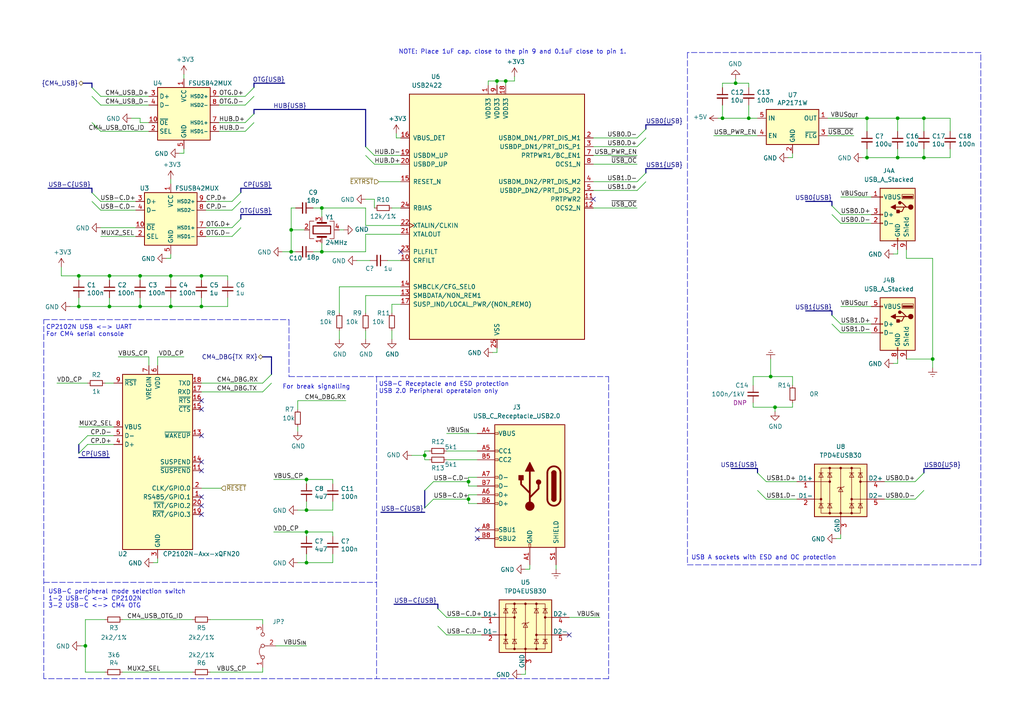
<source format=kicad_sch>
(kicad_sch (version 20210406) (generator eeschema)
  (paper "A4")
  (title_block (title "USB 2.0 host/USB 2.0 device") (date "2021-01-12") (rev "0.1") (company "Nabu Casa") (comment 1 "www.nabucasa.com") (comment 2 "Light Blue"))
  (bus_alias "CM4_USB" (members "CM4_USB_D+" "CM4_USB_D-" "CM4_USB_OTG_ID"))
  (bus_alias "USB" (members "D+" "D-"))
  (bus_alias "I2C" (members "SDA" "SCL"))
  (junction (at 22.86 80.01) (diameter 0.9144))
  (junction (at 22.86 88.9) (diameter 0.9144))
  (junction (at 24.765 187.325) (diameter 0.9144))
  (junction (at 31.75 80.01) (diameter 0.9144))
  (junction (at 31.75 88.9) (diameter 0.9144))
  (junction (at 40.64 80.01) (diameter 0.9144))
  (junction (at 40.64 88.9) (diameter 0.9144))
  (junction (at 49.53 80.01) (diameter 0.9144))
  (junction (at 49.53 88.9) (diameter 0.9144))
  (junction (at 58.42 80.01) (diameter 0.9144))
  (junction (at 58.42 88.9) (diameter 0.9144))
  (junction (at 84.455 66.675) (diameter 0.9144))
  (junction (at 84.455 73.025) (diameter 0.9144))
  (junction (at 88.9 139.065) (diameter 0.9144))
  (junction (at 88.9 147.955) (diameter 0.9144))
  (junction (at 88.9 154.305) (diameter 0.9144))
  (junction (at 88.9 163.195) (diameter 0.9144))
  (junction (at 93.345 60.325) (diameter 0.9144))
  (junction (at 93.345 73.025) (diameter 0.9144))
  (junction (at 123.19 132.08) (diameter 0.9144))
  (junction (at 135.89 139.7) (diameter 0.9144))
  (junction (at 135.89 144.78) (diameter 0.9144))
  (junction (at 144.145 23.495) (diameter 0.9144))
  (junction (at 146.685 23.495) (diameter 0.9144))
  (junction (at 209.55 34.29) (diameter 0.9144))
  (junction (at 213.36 24.13) (diameter 0.9144))
  (junction (at 217.17 34.29) (diameter 0.9144))
  (junction (at 223.52 109.22) (diameter 0.9144))
  (junction (at 224.79 118.11) (diameter 0.9144))
  (junction (at 251.46 34.29) (diameter 0.9144))
  (junction (at 251.46 45.72) (diameter 0.9144))
  (junction (at 260.35 34.29) (diameter 0.9144))
  (junction (at 260.35 45.72) (diameter 0.9144))
  (junction (at 267.97 34.29) (diameter 0.9144))
  (junction (at 267.97 45.72) (diameter 0.9144))
  (junction (at 270.51 104.14) (diameter 0.9144))
  (no_connect (at 58.42 116.205))
  (no_connect (at 58.42 118.745))
  (no_connect (at 58.42 126.365))
  (no_connect (at 58.42 133.985))
  (no_connect (at 58.42 136.525))
  (no_connect (at 58.42 144.145))
  (no_connect (at 58.42 146.685))
  (no_connect (at 58.42 149.225))
  (no_connect (at 116.205 73.025))
  (no_connect (at 138.43 153.67))
  (no_connect (at 138.43 156.21))
  (no_connect (at 165.1 184.15))
  (no_connect (at 172.085 57.785))
  (bus_entry (at 22.86 128.905) (size 2.54 -2.54) (stroke (width 0.1524)))
  (bus_entry (at 22.86 131.445) (size 2.54 -2.54) (stroke (width 0.1524)))
  (bus_entry (at 26.67 25.4) (size 2.54 2.54) (stroke (width 0.1524)))
  (bus_entry (at 26.67 27.94) (size 2.54 2.54) (stroke (width 0.1524)))
  (bus_entry (at 26.67 35.56) (size 2.54 2.54) (stroke (width 0.1524)))
  (bus_entry (at 26.67 55.88) (size 2.54 2.54) (stroke (width 0.1524)))
  (bus_entry (at 26.67 58.42) (size 2.54 2.54) (stroke (width 0.1524)))
  (bus_entry (at 69.85 55.88) (size -2.54 2.54) (stroke (width 0.1524)))
  (bus_entry (at 69.85 58.42) (size -2.54 2.54) (stroke (width 0.1524)))
  (bus_entry (at 69.85 63.5) (size -2.54 2.54) (stroke (width 0.1524)))
  (bus_entry (at 69.85 66.04) (size -2.54 2.54) (stroke (width 0.1524)))
  (bus_entry (at 73.66 25.4) (size -2.54 2.54) (stroke (width 0.1524)))
  (bus_entry (at 73.66 27.94) (size -2.54 2.54) (stroke (width 0.1524)))
  (bus_entry (at 73.66 33.02) (size -2.54 2.54) (stroke (width 0.1524)))
  (bus_entry (at 73.66 35.56) (size -2.54 2.54) (stroke (width 0.1524)))
  (bus_entry (at 76.2 111.125) (size 2.54 -2.54) (stroke (width 0.1524)))
  (bus_entry (at 76.2 113.665) (size 2.54 -2.54) (stroke (width 0.1524)))
  (bus_entry (at 106.045 42.545) (size 2.54 2.54) (stroke (width 0.1524)))
  (bus_entry (at 106.045 45.085) (size 2.54 2.54) (stroke (width 0.1524)))
  (bus_entry (at 123.19 142.24) (size 2.54 -2.54) (stroke (width 0.1524)))
  (bus_entry (at 123.19 147.32) (size 2.54 -2.54) (stroke (width 0.1524)))
  (bus_entry (at 127 176.53) (size 2.54 2.54) (stroke (width 0.1524)))
  (bus_entry (at 127 181.61) (size 2.54 2.54) (stroke (width 0.1524)))
  (bus_entry (at 184.785 40.005) (size 2.54 -2.54) (stroke (width 0.1524)))
  (bus_entry (at 184.785 42.545) (size 2.54 -2.54) (stroke (width 0.1524)))
  (bus_entry (at 184.785 52.705) (size 2.54 -2.54) (stroke (width 0.1524)))
  (bus_entry (at 184.785 55.245) (size 2.54 -2.54) (stroke (width 0.1524)))
  (bus_entry (at 222.25 139.7) (size -2.54 -2.54) (stroke (width 0.1524)))
  (bus_entry (at 222.25 144.78) (size -2.54 -2.54) (stroke (width 0.1524)))
  (bus_entry (at 243.84 62.23) (size -2.54 -2.54) (stroke (width 0.1524)))
  (bus_entry (at 243.84 64.77) (size -2.54 -2.54) (stroke (width 0.1524)))
  (bus_entry (at 243.84 93.98) (size -2.54 -2.54) (stroke (width 0.1524)))
  (bus_entry (at 243.84 96.52) (size -2.54 -2.54) (stroke (width 0.1524)))
  (bus_entry (at 265.43 139.7) (size 2.54 -2.54) (stroke (width 0.1524)))
  (bus_entry (at 265.43 144.78) (size 2.54 -2.54) (stroke (width 0.1524)))
  (wire (pts (xy 16.51 111.125) (xy 25.4 111.125)))
  (wire (pts (xy 17.78 80.01) (xy 17.78 77.47)))
  (wire (pts (xy 17.78 80.01) (xy 22.86 80.01)))
  (wire (pts (xy 20.32 88.9) (xy 22.86 88.9)))
  (wire (pts (xy 22.86 80.01) (xy 22.86 81.28)))
  (wire (pts (xy 22.86 80.01) (xy 31.75 80.01)))
  (wire (pts (xy 22.86 86.36) (xy 22.86 88.9)))
  (wire (pts (xy 22.86 88.9) (xy 31.75 88.9)))
  (wire (pts (xy 22.86 123.825) (xy 33.02 123.825)))
  (wire (pts (xy 23.495 187.325) (xy 24.765 187.325)))
  (wire (pts (xy 24.765 179.705) (xy 30.48 179.705)))
  (wire (pts (xy 24.765 187.325) (xy 24.765 179.705)))
  (wire (pts (xy 24.765 194.945) (xy 24.765 187.325)))
  (wire (pts (xy 29.21 27.94) (xy 43.18 27.94)))
  (wire (pts (xy 29.21 30.48) (xy 43.18 30.48)))
  (wire (pts (xy 29.21 38.1) (xy 43.18 38.1)))
  (wire (pts (xy 29.21 66.04) (xy 39.37 66.04)))
  (wire (pts (xy 29.21 68.58) (xy 39.37 68.58)))
  (wire (pts (xy 30.48 111.125) (xy 33.02 111.125)))
  (wire (pts (xy 30.48 194.945) (xy 24.765 194.945)))
  (wire (pts (xy 31.75 80.01) (xy 31.75 81.28)))
  (wire (pts (xy 31.75 86.36) (xy 31.75 88.9)))
  (wire (pts (xy 31.75 88.9) (xy 40.64 88.9)))
  (wire (pts (xy 33.02 126.365) (xy 25.4 126.365)))
  (wire (pts (xy 33.02 128.905) (xy 25.4 128.905)))
  (wire (pts (xy 34.29 103.505) (xy 43.18 103.505)))
  (wire (pts (xy 35.56 179.705) (xy 55.88 179.705)))
  (wire (pts (xy 35.56 194.945) (xy 55.88 194.945)))
  (wire (pts (xy 39.37 58.42) (xy 29.21 58.42)))
  (wire (pts (xy 39.37 60.96) (xy 29.21 60.96)))
  (wire (pts (xy 40.64 34.29) (xy 38.1 34.29)))
  (wire (pts (xy 40.64 35.56) (xy 40.64 34.29)))
  (wire (pts (xy 40.64 80.01) (xy 31.75 80.01)))
  (wire (pts (xy 40.64 80.01) (xy 40.64 81.28)))
  (wire (pts (xy 40.64 86.36) (xy 40.64 88.9)))
  (wire (pts (xy 40.64 88.9) (xy 49.53 88.9)))
  (wire (pts (xy 43.18 35.56) (xy 40.64 35.56)))
  (wire (pts (xy 43.18 103.505) (xy 43.18 106.045)))
  (wire (pts (xy 44.45 163.195) (xy 45.72 163.195)))
  (wire (pts (xy 45.72 103.505) (xy 53.34 103.505)))
  (wire (pts (xy 45.72 106.045) (xy 45.72 103.505)))
  (wire (pts (xy 45.72 163.195) (xy 45.72 161.925)))
  (wire (pts (xy 48.26 74.93) (xy 49.53 74.93)))
  (wire (pts (xy 49.53 52.07) (xy 49.53 53.34)))
  (wire (pts (xy 49.53 74.93) (xy 49.53 73.66)))
  (wire (pts (xy 49.53 80.01) (xy 40.64 80.01)))
  (wire (pts (xy 49.53 80.01) (xy 49.53 81.28)))
  (wire (pts (xy 49.53 80.01) (xy 58.42 80.01)))
  (wire (pts (xy 49.53 86.36) (xy 49.53 88.9)))
  (wire (pts (xy 49.53 88.9) (xy 58.42 88.9)))
  (wire (pts (xy 52.07 44.45) (xy 53.34 44.45)))
  (wire (pts (xy 53.34 21.59) (xy 53.34 22.86)))
  (wire (pts (xy 53.34 44.45) (xy 53.34 43.18)))
  (wire (pts (xy 58.42 80.01) (xy 58.42 81.28)))
  (wire (pts (xy 58.42 86.36) (xy 58.42 88.9)))
  (wire (pts (xy 58.42 88.9) (xy 66.04 88.9)))
  (wire (pts (xy 58.42 111.125) (xy 76.2 111.125)))
  (wire (pts (xy 58.42 113.665) (xy 76.2 113.665)))
  (wire (pts (xy 58.42 141.605) (xy 64.135 141.605)))
  (wire (pts (xy 59.69 58.42) (xy 67.31 58.42)))
  (wire (pts (xy 59.69 60.96) (xy 67.31 60.96)))
  (wire (pts (xy 59.69 66.04) (xy 67.31 66.04)))
  (wire (pts (xy 59.69 68.58) (xy 67.31 68.58)))
  (wire (pts (xy 60.96 194.945) (xy 76.2 194.945)))
  (wire (pts (xy 63.5 27.94) (xy 71.12 27.94)))
  (wire (pts (xy 63.5 30.48) (xy 71.12 30.48)))
  (wire (pts (xy 63.5 35.56) (xy 71.12 35.56)))
  (wire (pts (xy 63.5 38.1) (xy 71.12 38.1)))
  (wire (pts (xy 66.04 80.01) (xy 58.42 80.01)))
  (wire (pts (xy 66.04 80.01) (xy 66.04 81.28)))
  (wire (pts (xy 66.04 86.36) (xy 66.04 88.9)))
  (wire (pts (xy 76.2 179.705) (xy 60.96 179.705)))
  (wire (pts (xy 76.2 180.975) (xy 76.2 179.705)))
  (wire (pts (xy 76.2 194.945) (xy 76.2 193.675)))
  (wire (pts (xy 79.375 139.065) (xy 88.9 139.065)))
  (wire (pts (xy 79.375 154.305) (xy 88.9 154.305)))
  (wire (pts (xy 81.915 73.025) (xy 84.455 73.025)))
  (wire (pts (xy 84.455 60.325) (xy 84.455 66.675)))
  (wire (pts (xy 84.455 66.675) (xy 84.455 73.025)))
  (wire (pts (xy 84.455 66.675) (xy 88.265 66.675)))
  (wire (pts (xy 84.455 73.025) (xy 85.725 73.025)))
  (wire (pts (xy 85.725 60.325) (xy 84.455 60.325)))
  (wire (pts (xy 86.36 116.205) (xy 86.36 118.745)))
  (wire (pts (xy 86.36 116.205) (xy 100.33 116.205)))
  (wire (pts (xy 86.36 123.825) (xy 86.36 125.095)))
  (wire (pts (xy 86.36 147.955) (xy 88.9 147.955)))
  (wire (pts (xy 86.36 163.195) (xy 88.9 163.195)))
  (wire (pts (xy 88.9 139.065) (xy 88.9 140.335)))
  (wire (pts (xy 88.9 145.415) (xy 88.9 147.955)))
  (wire (pts (xy 88.9 147.955) (xy 96.52 147.955)))
  (wire (pts (xy 88.9 154.305) (xy 88.9 155.575)))
  (wire (pts (xy 88.9 160.655) (xy 88.9 163.195)))
  (wire (pts (xy 88.9 163.195) (xy 96.52 163.195)))
  (wire (pts (xy 88.9 187.325) (xy 80.01 187.325)))
  (wire (pts (xy 90.805 60.325) (xy 93.345 60.325)))
  (wire (pts (xy 90.805 73.025) (xy 93.345 73.025)))
  (wire (pts (xy 93.345 60.325) (xy 93.345 62.865)))
  (wire (pts (xy 93.345 60.325) (xy 106.045 60.325)))
  (wire (pts (xy 93.345 70.485) (xy 93.345 73.025)))
  (wire (pts (xy 93.345 73.025) (xy 106.045 73.025)))
  (wire (pts (xy 96.52 139.065) (xy 88.9 139.065)))
  (wire (pts (xy 96.52 140.335) (xy 96.52 139.065)))
  (wire (pts (xy 96.52 145.415) (xy 96.52 147.955)))
  (wire (pts (xy 96.52 154.305) (xy 88.9 154.305)))
  (wire (pts (xy 96.52 155.575) (xy 96.52 154.305)))
  (wire (pts (xy 96.52 160.655) (xy 96.52 163.195)))
  (wire (pts (xy 98.425 66.675) (xy 99.695 66.675)))
  (wire (pts (xy 98.425 83.185) (xy 98.425 90.805)))
  (wire (pts (xy 98.425 95.885) (xy 98.425 98.425)))
  (wire (pts (xy 103.505 75.565) (xy 107.315 75.565)))
  (wire (pts (xy 106.045 65.405) (xy 106.045 60.325)))
  (wire (pts (xy 106.045 67.945) (xy 106.045 73.025)))
  (wire (pts (xy 106.045 85.725) (xy 106.045 90.805)))
  (wire (pts (xy 106.045 85.725) (xy 116.205 85.725)))
  (wire (pts (xy 106.045 95.885) (xy 106.045 98.425)))
  (wire (pts (xy 108.585 45.085) (xy 116.205 45.085)))
  (wire (pts (xy 108.585 47.625) (xy 116.205 47.625)))
  (wire (pts (xy 108.585 57.785) (xy 106.045 57.785)))
  (wire (pts (xy 108.585 60.325) (xy 108.585 57.785)))
  (wire (pts (xy 109.855 52.705) (xy 116.205 52.705)))
  (wire (pts (xy 112.395 75.565) (xy 116.205 75.565)))
  (wire (pts (xy 113.665 60.325) (xy 116.205 60.325)))
  (wire (pts (xy 113.665 88.265) (xy 113.665 90.805)))
  (wire (pts (xy 113.665 95.885) (xy 113.665 98.425)))
  (wire (pts (xy 114.935 38.735) (xy 114.935 40.005)))
  (wire (pts (xy 116.205 40.005) (xy 114.935 40.005)))
  (wire (pts (xy 116.205 65.405) (xy 106.045 65.405)))
  (wire (pts (xy 116.205 67.945) (xy 106.045 67.945)))
  (wire (pts (xy 116.205 83.185) (xy 98.425 83.185)))
  (wire (pts (xy 116.205 88.265) (xy 113.665 88.265)))
  (wire (pts (xy 119.38 132.08) (xy 123.19 132.08)))
  (wire (pts (xy 123.19 130.81) (xy 123.19 132.08)))
  (wire (pts (xy 123.19 132.08) (xy 123.19 133.35)))
  (wire (pts (xy 123.19 133.35) (xy 124.46 133.35)))
  (wire (pts (xy 124.46 130.81) (xy 123.19 130.81)))
  (wire (pts (xy 125.73 139.7) (xy 135.89 139.7)))
  (wire (pts (xy 125.73 144.78) (xy 135.89 144.78)))
  (wire (pts (xy 129.54 125.73) (xy 138.43 125.73)))
  (wire (pts (xy 129.54 130.81) (xy 138.43 130.81)))
  (wire (pts (xy 129.54 133.35) (xy 138.43 133.35)))
  (wire (pts (xy 129.54 179.07) (xy 139.7 179.07)))
  (wire (pts (xy 129.54 184.15) (xy 139.7 184.15)))
  (wire (pts (xy 135.89 139.7) (xy 135.89 138.43)))
  (wire (pts (xy 135.89 140.97) (xy 135.89 139.7)))
  (wire (pts (xy 135.89 140.97) (xy 138.43 140.97)))
  (wire (pts (xy 135.89 144.78) (xy 135.89 143.51)))
  (wire (pts (xy 135.89 146.05) (xy 135.89 144.78)))
  (wire (pts (xy 135.89 146.05) (xy 138.43 146.05)))
  (wire (pts (xy 138.43 138.43) (xy 135.89 138.43)))
  (wire (pts (xy 138.43 143.51) (xy 135.89 143.51)))
  (wire (pts (xy 141.605 23.495) (xy 144.145 23.495)))
  (wire (pts (xy 141.605 24.765) (xy 141.605 23.495)))
  (wire (pts (xy 142.875 102.235) (xy 144.145 102.235)))
  (wire (pts (xy 144.145 23.495) (xy 144.145 24.765)))
  (wire (pts (xy 144.145 23.495) (xy 146.685 23.495)))
  (wire (pts (xy 144.145 102.235) (xy 144.145 100.965)))
  (wire (pts (xy 146.685 23.495) (xy 146.685 24.765)))
  (wire (pts (xy 146.685 23.495) (xy 149.225 23.495)))
  (wire (pts (xy 149.225 22.225) (xy 149.225 23.495)))
  (wire (pts (xy 151.13 195.58) (xy 152.4 195.58)))
  (wire (pts (xy 152.4 165.1) (xy 153.67 165.1)))
  (wire (pts (xy 152.4 195.58) (xy 152.4 194.31)))
  (wire (pts (xy 153.67 165.1) (xy 153.67 163.83)))
  (wire (pts (xy 161.29 163.83) (xy 161.29 165.1)))
  (wire (pts (xy 172.085 40.005) (xy 184.785 40.005)))
  (wire (pts (xy 172.085 42.545) (xy 184.785 42.545)))
  (wire (pts (xy 172.085 45.085) (xy 184.785 45.085)))
  (wire (pts (xy 172.085 47.625) (xy 184.785 47.625)))
  (wire (pts (xy 172.085 52.705) (xy 184.785 52.705)))
  (wire (pts (xy 172.085 55.245) (xy 184.785 55.245)))
  (wire (pts (xy 172.085 60.325) (xy 184.785 60.325)))
  (wire (pts (xy 173.99 179.07) (xy 165.1 179.07)))
  (wire (pts (xy 208.28 34.29) (xy 209.55 34.29)))
  (wire (pts (xy 209.55 24.13) (xy 209.55 25.4)))
  (wire (pts (xy 209.55 30.48) (xy 209.55 34.29)))
  (wire (pts (xy 209.55 34.29) (xy 217.17 34.29)))
  (wire (pts (xy 213.36 22.86) (xy 213.36 24.13)))
  (wire (pts (xy 213.36 24.13) (xy 209.55 24.13)))
  (wire (pts (xy 217.17 24.13) (xy 213.36 24.13)))
  (wire (pts (xy 217.17 25.4) (xy 217.17 24.13)))
  (wire (pts (xy 217.17 30.48) (xy 217.17 34.29)))
  (wire (pts (xy 217.17 34.29) (xy 219.71 34.29)))
  (wire (pts (xy 218.44 109.22) (xy 218.44 111.76)))
  (wire (pts (xy 218.44 116.84) (xy 218.44 118.11)))
  (wire (pts (xy 218.44 118.11) (xy 224.79 118.11)))
  (wire (pts (xy 219.71 39.37) (xy 207.01 39.37)))
  (wire (pts (xy 222.25 139.7) (xy 231.14 139.7)))
  (wire (pts (xy 222.25 144.78) (xy 231.14 144.78)))
  (wire (pts (xy 223.52 104.14) (xy 223.52 109.22)))
  (wire (pts (xy 223.52 109.22) (xy 218.44 109.22)))
  (wire (pts (xy 224.79 118.11) (xy 224.79 119.38)))
  (wire (pts (xy 224.79 118.11) (xy 229.87 118.11)))
  (wire (pts (xy 228.6 45.72) (xy 229.87 45.72)))
  (wire (pts (xy 229.87 45.72) (xy 229.87 44.45)))
  (wire (pts (xy 229.87 109.22) (xy 223.52 109.22)))
  (wire (pts (xy 229.87 111.76) (xy 229.87 109.22)))
  (wire (pts (xy 229.87 118.11) (xy 229.87 116.84)))
  (wire (pts (xy 240.03 34.29) (xy 251.46 34.29)))
  (wire (pts (xy 240.03 39.37) (xy 247.65 39.37)))
  (wire (pts (xy 242.57 156.21) (xy 243.84 156.21)))
  (wire (pts (xy 243.84 57.15) (xy 252.73 57.15)))
  (wire (pts (xy 243.84 62.23) (xy 252.73 62.23)))
  (wire (pts (xy 243.84 64.77) (xy 252.73 64.77)))
  (wire (pts (xy 243.84 88.9) (xy 252.73 88.9)))
  (wire (pts (xy 243.84 93.98) (xy 252.73 93.98)))
  (wire (pts (xy 243.84 96.52) (xy 252.73 96.52)))
  (wire (pts (xy 243.84 156.21) (xy 243.84 154.94)))
  (wire (pts (xy 250.19 45.72) (xy 251.46 45.72)))
  (wire (pts (xy 251.46 34.29) (xy 251.46 38.1)))
  (wire (pts (xy 251.46 34.29) (xy 260.35 34.29)))
  (wire (pts (xy 251.46 43.18) (xy 251.46 45.72)))
  (wire (pts (xy 251.46 45.72) (xy 260.35 45.72)))
  (wire (pts (xy 259.08 73.66) (xy 260.35 73.66)))
  (wire (pts (xy 259.08 105.41) (xy 260.35 105.41)))
  (wire (pts (xy 260.35 34.29) (xy 260.35 38.1)))
  (wire (pts (xy 260.35 34.29) (xy 267.97 34.29)))
  (wire (pts (xy 260.35 43.18) (xy 260.35 45.72)))
  (wire (pts (xy 260.35 45.72) (xy 267.97 45.72)))
  (wire (pts (xy 260.35 73.66) (xy 260.35 72.39)))
  (wire (pts (xy 260.35 105.41) (xy 260.35 104.14)))
  (wire (pts (xy 262.89 72.39) (xy 262.89 74.93)))
  (wire (pts (xy 262.89 74.93) (xy 270.51 74.93)))
  (wire (pts (xy 262.89 104.14) (xy 270.51 104.14)))
  (wire (pts (xy 265.43 139.7) (xy 256.54 139.7)))
  (wire (pts (xy 265.43 144.78) (xy 256.54 144.78)))
  (wire (pts (xy 267.97 34.29) (xy 267.97 38.1)))
  (wire (pts (xy 267.97 43.18) (xy 267.97 45.72)))
  (wire (pts (xy 267.97 45.72) (xy 275.59 45.72)))
  (wire (pts (xy 270.51 74.93) (xy 270.51 104.14)))
  (wire (pts (xy 270.51 104.14) (xy 270.51 106.68)))
  (wire (pts (xy 275.59 34.29) (xy 267.97 34.29)))
  (wire (pts (xy 275.59 38.1) (xy 275.59 34.29)))
  (wire (pts (xy 275.59 45.72) (xy 275.59 43.18)))
  (bus (pts (xy 22.86 128.905) (xy 22.86 132.715)))
  (bus (pts (xy 22.86 132.715) (xy 31.75 132.715)))
  (bus (pts (xy 24.13 24.13) (xy 26.67 24.13)))
  (bus (pts (xy 26.67 24.13) (xy 26.67 35.56)))
  (bus (pts (xy 26.67 54.61) (xy 13.97 54.61)))
  (bus (pts (xy 26.67 54.61) (xy 26.67 58.42)))
  (bus (pts (xy 69.85 54.61) (xy 69.85 58.42)))
  (bus (pts (xy 69.85 54.61) (xy 78.74 54.61)))
  (bus (pts (xy 69.85 62.23) (xy 69.85 66.04)))
  (bus (pts (xy 69.85 62.23) (xy 78.74 62.23)))
  (bus (pts (xy 73.66 24.13) (xy 73.66 27.94)))
  (bus (pts (xy 73.66 24.13) (xy 82.55 24.13)))
  (bus (pts (xy 73.66 31.75) (xy 73.66 35.56)))
  (bus (pts (xy 73.66 31.75) (xy 106.045 31.75)))
  (bus (pts (xy 78.74 103.505) (xy 76.2 103.505)))
  (bus (pts (xy 78.74 103.505) (xy 78.74 111.125)))
  (bus (pts (xy 106.045 31.75) (xy 106.045 45.085)))
  (bus (pts (xy 123.19 142.24) (xy 123.19 148.59)))
  (bus (pts (xy 123.19 148.59) (xy 110.49 148.59)))
  (bus (pts (xy 127 175.26) (xy 114.3 175.26)))
  (bus (pts (xy 127 175.26) (xy 127 181.61)))
  (bus (pts (xy 187.325 36.195) (xy 187.325 40.005)))
  (bus (pts (xy 187.325 36.195) (xy 194.945 36.195)))
  (bus (pts (xy 187.325 48.895) (xy 187.325 52.705)))
  (bus (pts (xy 187.325 48.895) (xy 194.945 48.895)))
  (bus (pts (xy 219.71 135.89) (xy 212.09 135.89)))
  (bus (pts (xy 219.71 135.89) (xy 219.71 142.24)))
  (bus (pts (xy 241.3 58.42) (xy 233.68 58.42)))
  (bus (pts (xy 241.3 58.42) (xy 241.3 62.23)))
  (bus (pts (xy 241.3 90.17) (xy 233.68 90.17)))
  (bus (pts (xy 241.3 90.17) (xy 241.3 93.98)))
  (bus (pts (xy 267.97 135.89) (xy 267.97 142.24)))
  (bus (pts (xy 267.97 135.89) (xy 275.59 135.89)))
  (polyline (pts (xy 12.7 92.71) (xy 83.82 92.71)) (stroke (width 0) (type dash)))
  (polyline (pts (xy 12.7 168.91) (xy 109.22 168.91)) (stroke (width 0) (type dash)))
  (polyline (pts (xy 12.7 196.85) (xy 12.7 92.71)) (stroke (width 0) (type dash)))
  (polyline (pts (xy 83.82 92.71) (xy 83.82 109.22)) (stroke (width 0) (type dash)))
  (polyline (pts (xy 83.82 109.22) (xy 109.22 109.22)) (stroke (width 0) (type dash)))
  (polyline (pts (xy 88.9 196.85) (xy 12.7 196.85)) (stroke (width 0) (type dash)))
  (polyline (pts (xy 109.22 109.22) (xy 109.22 196.85)) (stroke (width 0) (type dash)))
  (polyline (pts (xy 109.22 109.22) (xy 176.53 109.22)) (stroke (width 0) (type dash)))
  (polyline (pts (xy 176.53 109.22) (xy 176.53 196.85)) (stroke (width 0) (type dash)))
  (polyline (pts (xy 176.53 196.85) (xy 88.9 196.85)) (stroke (width 0) (type dash)))
  (polyline (pts (xy 199.39 15.24) (xy 199.39 163.83)) (stroke (width 0) (type dash)))
  (polyline (pts (xy 199.39 163.83) (xy 284.48 163.83)) (stroke (width 0) (type dash)))
  (polyline (pts (xy 284.48 15.24) (xy 199.39 15.24)) (stroke (width 0) (type dash)))
  (polyline (pts (xy 284.48 163.83) (xy 284.48 15.24)) (stroke (width 0) (type dash)))
  (text "CP2102N USB <-> UART\nFor CM4 serial console" (at 13.335 97.79 0) (effects (font (size 1.27 1.27)) (justify left bottom)))
  (text "USB-C peripheral mode selection switch\n1-2 USB-C <-> CP2102N\n3-2 USB-C <-> CM4 OTG" (at 13.97 176.53 0) (effects (font (size 1.27 1.27)) (justify left bottom)))
  (text "For break signalling" (at 81.915 113.03 0) (effects (font (size 1.27 1.27)) (justify left bottom)))
  (text "USB-C Receptacle and ESD protection\nUSB 2.0 Peripheral operataion only" (at 109.855 114.3 0) (effects (font (size 1.27 1.27)) (justify left bottom)))
  (text "NOTE: Place 1uF cap. close to the pin 9 and 0.1uF close to pin 1." (at 115.57 15.875 0) (effects (font (size 1.27 1.27)) (justify left bottom)))
  (text "USB A sockets with ESD and OC protection" (at 242.57 162.56 180) (effects (font (size 1.27 1.27)) (justify right bottom)))
  (label "USB-C{USB}" (at 13.97 54.61 0))
  (label "VDD_CP" (at 16.51 111.125 0))
  (label "MUX2_SEL" (at 22.86 123.825 0))
  (label "MUX2_SEL" (at 29.21 68.58 0))
  (label "CM4_USB_D+" (at 30.48 27.94 0))
  (label "CM4_USB_D-" (at 30.48 30.48 0))
  (label "CP{USB}" (at 31.75 132.715 180))
  (label "CP.D-" (at 32.385 126.365 180))
  (label "CP.D+" (at 32.385 128.905 180))
  (label "VBUS_CP" (at 34.29 103.505 0))
  (label "CM4_USB_OTG_ID" (at 36.83 179.705 0))
  (label "MUX2_SEL" (at 36.83 194.945 0))
  (label "USB-C.D+" (at 39.37 58.42 180))
  (label "USB-C.D-" (at 39.37 60.96 180))
  (label "CM4_USB_OTG_ID" (at 41.91 38.1 180))
  (label "VDD_CP" (at 53.34 103.505 180))
  (label "CP.D+" (at 59.69 58.42 0))
  (label "CP.D-" (at 59.69 60.96 0))
  (label "OTG.D+" (at 59.69 66.04 0))
  (label "OTG.D-" (at 59.69 68.58 0))
  (label "CM4_DBG.RX" (at 62.865 111.125 0))
  (label "CM4_DBG.TX" (at 62.865 113.665 0))
  (label "VBUS_CP" (at 62.865 194.945 0))
  (label "OTG.D+" (at 63.5 27.94 0))
  (label "OTG.D-" (at 63.5 30.48 0))
  (label "HUB.D+" (at 63.5 35.56 0))
  (label "HUB.D-" (at 63.5 38.1 0))
  (label "CP{USB}" (at 78.74 54.61 180))
  (label "OTG{USB}" (at 78.74 62.23 180))
  (label "VBUS_CP" (at 79.375 139.065 0))
  (label "VDD_CP" (at 79.375 154.305 0))
  (label "OTG{USB}" (at 82.55 24.13 180))
  (label "HUB{USB}" (at 88.9 31.75 180))
  (label "VBUS_{IN}" (at 88.9 187.325 180))
  (label "CM4_DBG.RX" (at 100.33 116.205 180))
  (label "HUB.D-" (at 108.585 45.085 0))
  (label "HUB.D+" (at 108.585 47.625 0))
  (label "USB-C{USB}" (at 110.49 148.59 0))
  (label "USB-C{USB}" (at 114.3 175.26 0))
  (label "USB-C.D-" (at 125.73 139.7 0))
  (label "USB-C.D+" (at 125.73 144.78 0))
  (label "VBUS_{IN}" (at 129.54 125.73 0))
  (label "USB-C.D+" (at 129.54 179.07 0))
  (label "USB-C.D-" (at 129.54 184.15 0))
  (label "VBUS_{IN}" (at 173.99 179.07 180))
  (label "USB0.D-" (at 184.785 40.005 180))
  (label "USB0.D+" (at 184.785 42.545 180))
  (label "USB_PWR_EN" (at 184.785 45.085 180))
  (label "~USB_OC" (at 184.785 47.625 180))
  (label "USB1.D-" (at 184.785 52.705 180))
  (label "USB1.D+" (at 184.785 55.245 180))
  (label "~USB_OC" (at 184.785 60.325 180))
  (label "USB0{USB}" (at 187.325 36.195 0))
  (label "USB1{USB}" (at 187.325 48.895 0))
  (label "USB_PWR_EN" (at 207.01 39.37 0))
  (label "USB1{USB}" (at 219.71 135.89 180))
  (label "USB1.D+" (at 222.25 139.7 0))
  (label "USB1.D-" (at 222.25 144.78 0))
  (label "USB0{USB}" (at 241.3 58.42 180))
  (label "USB1{USB}" (at 241.3 90.17 180))
  (label "VBUS_{OUT}" (at 243.84 57.15 0))
  (label "USB0.D+" (at 243.84 62.23 0))
  (label "USB0.D-" (at 243.84 64.77 0))
  (label "VBUS_{OUT}" (at 243.84 88.9 0))
  (label "USB1.D+" (at 243.84 93.98 0))
  (label "USB1.D-" (at 243.84 96.52 0))
  (label "~USB_OC" (at 247.65 39.37 180))
  (label "VBUS_{OUT}" (at 248.92 34.29 180))
  (label "USB0.D+" (at 265.43 139.7 180))
  (label "USB0.D-" (at 265.43 144.78 180))
  (label "USB0{USB}" (at 267.97 135.89 0))
  (hierarchical_label "{CM4_USB}" (shape bidirectional) (at 24.13 24.13 180))
  (hierarchical_label "~RESET" (shape input) (at 64.135 141.605 0))
  (hierarchical_label "CM4_DBG{TX RX}" (shape bidirectional) (at 76.2 103.505 180))
  (hierarchical_label "~EXTRST" (shape input) (at 109.855 52.705 180))
  (symbol (lib_id "power:+3V3") (at 17.78 77.47 0) (unit 1)
    (property "Reference" "#PWR0131" (effects hide))
    (property "Value" "+3V3" (at 18.1483 73.1456 0))
  )
  (symbol (lib_id "power:+3V3") (at 49.53 52.07 0) (unit 1)
    (property "Reference" "#PWR0140" (effects hide))
    (property "Value" "+3V3" (at 49.8983 47.7456 0))
  )
  (symbol (lib_id "power:+3V3") (at 53.34 21.59 0) (unit 1)
    (property "Reference" "#PWR0141" (effects hide))
    (property "Value" "+3V3" (at 53.7083 17.2656 0))
  )
  (symbol (lib_id "power:+3V3") (at 114.935 38.735 0) (unit 1)
    (property "Reference" "#PWR0147" (effects hide))
    (property "Value" "+3V3" (at 115.3033 34.4106 0))
  )
  (symbol (lib_id "power:+3V3") (at 149.225 22.225 0) (unit 1)
    (property "Reference" "#PWR0146" (effects hide))
    (property "Value" "+3V3" (at 149.5933 17.9006 0))
  )
  (symbol (lib_id "power:+5V") (at 208.28 34.29 90) (unit 1)
    (property "Reference" "#PWR0116" (effects hide))
    (property "Value" "+5V" (at 205.105 33.9217 90) (effects (justify left)))
  )
  (symbol (lib_id "power:GND") (at 20.32 88.9 270) (unit 1)
    (property "Reference" "#PWR0126" (effects hide))
    (property "Value" "GND" (at 17.145 89.0143 90) (effects (justify right)))
  )
  (symbol (lib_id "power:GND") (at 23.495 187.325 270) (unit 1)
    (property "Reference" "#PWR0137" (effects hide))
    (property "Value" "GND" (at 20.32 187.4393 90) (effects (justify right)))
  )
  (symbol (lib_id "power:GND") (at 29.21 66.04 270) (unit 1)
    (property "Reference" "#PWR0132" (effects hide))
    (property "Value" "GND" (at 26.035 66.1543 90) (effects (justify right)))
  )
  (symbol (lib_id "power:GND") (at 38.1 34.29 270) (unit 1)
    (property "Reference" "#PWR0143" (effects hide))
    (property "Value" "GND" (at 34.925 34.4043 90) (effects (justify right)))
  )
  (symbol (lib_id "power:GND") (at 44.45 163.195 270) (unit 1)
    (property "Reference" "#PWR0135" (effects hide))
    (property "Value" "GND" (at 41.275 163.3093 90) (effects (justify right)))
  )
  (symbol (lib_id "power:GND") (at 48.26 74.93 270) (unit 1)
    (property "Reference" "#PWR0133" (effects hide))
    (property "Value" "GND" (at 45.085 75.0443 90) (effects (justify right)))
  )
  (symbol (lib_id "power:GND") (at 52.07 44.45 270) (unit 1)
    (property "Reference" "#PWR0142" (effects hide))
    (property "Value" "GND" (at 48.895 44.5643 90) (effects (justify right)))
  )
  (symbol (lib_id "power:GND") (at 81.915 73.025 270) (unit 1)
    (property "Reference" "#PWR0128" (effects hide))
    (property "Value" "GND" (at 78.74 73.1393 90) (effects (justify right)))
  )
  (symbol (lib_id "power:GND") (at 86.36 125.095 0) (unit 1)
    (property "Reference" "#PWR0136" (effects hide))
    (property "Value" "GND" (at 86.4743 129.4194 0))
  )
  (symbol (lib_id "power:GND") (at 86.36 147.955 270) (unit 1)
    (property "Reference" "#PWR?" (effects hide))
    (property "Value" "GND" (at 83.185 148.0693 90) (effects (justify right)))
  )
  (symbol (lib_id "power:GND") (at 86.36 163.195 270) (unit 1)
    (property "Reference" "#PWR?" (effects hide))
    (property "Value" "GND" (at 83.185 163.3093 90) (effects (justify right)))
  )
  (symbol (lib_id "power:GND") (at 98.425 98.425 0) (unit 1)
    (property "Reference" "#PWR0138" (effects hide))
    (property "Value" "GND" (at 98.5393 102.7494 0))
  )
  (symbol (lib_id "power:GND") (at 99.695 66.675 90) (unit 1)
    (property "Reference" "#PWR0129" (effects hide))
    (property "Value" "GND" (at 102.8701 66.5607 90) (effects (justify right)))
  )
  (symbol (lib_id "power:GND") (at 103.505 75.565 270) (unit 1)
    (property "Reference" "#PWR?" (effects hide))
    (property "Value" "GND" (at 100.33 75.6793 90) (effects (justify right)))
  )
  (symbol (lib_id "power:GND") (at 106.045 57.785 270) (unit 1)
    (property "Reference" "#PWR0130" (effects hide))
    (property "Value" "GND" (at 102.87 57.8993 90) (effects (justify right)))
  )
  (symbol (lib_id "power:GND") (at 106.045 98.425 0) (unit 1)
    (property "Reference" "#PWR0139" (effects hide))
    (property "Value" "GND" (at 106.1593 102.7494 0))
  )
  (symbol (lib_id "power:GND") (at 113.665 98.425 0) (unit 1)
    (property "Reference" "#PWR0144" (effects hide))
    (property "Value" "GND" (at 113.7793 102.7494 0))
  )
  (symbol (lib_id "power:GND") (at 119.38 132.08 270) (mirror x) (unit 1)
    (property "Reference" "#PWR0134" (effects hide))
    (property "Value" "GND" (at 116.205 131.9657 90) (effects (justify right)))
  )
  (symbol (lib_id "power:GND") (at 142.875 102.235 270) (unit 1)
    (property "Reference" "#PWR0145" (effects hide))
    (property "Value" "GND" (at 139.7 102.3493 90) (effects (justify right)))
  )
  (symbol (lib_id "power:GND") (at 151.13 195.58 270) (unit 1)
    (property "Reference" "#PWR0148" (effects hide))
    (property "Value" "GND" (at 147.955 195.6943 90) (effects (justify right)))
  )
  (symbol (lib_id "power:GND") (at 152.4 165.1 270) (unit 1)
    (property "Reference" "#PWR0149" (effects hide))
    (property "Value" "GND" (at 149.225 165.2143 90) (effects (justify right)))
  )
  (symbol (lib_id "power:Earth") (at 161.29 165.1 0) (unit 1)
    (property "Reference" "#PWR0150" (effects hide))
    (property "Value" "Earth" (effects hide))
  )
  (symbol (lib_id "power:GND") (at 213.36 22.86 180) (unit 1)
    (property "Reference" "#PWR0115" (effects hide))
    (property "Value" "GND" (at 213.2457 18.5356 0))
  )
  (symbol (lib_id "power:Earth") (at 223.52 104.14 180) (unit 1)
    (property "Reference" "#PWR0122" (effects hide))
    (property "Value" "Earth" (effects hide))
  )
  (symbol (lib_id "power:GND") (at 224.79 119.38 0) (unit 1)
    (property "Reference" "#PWR0120" (effects hide))
    (property "Value" "GND" (at 224.9043 123.7044 0))
  )
  (symbol (lib_id "power:GND") (at 228.6 45.72 270) (unit 1)
    (property "Reference" "#PWR0124" (effects hide))
    (property "Value" "GND" (at 225.425 45.8343 90) (effects (justify right)))
  )
  (symbol (lib_id "power:GND") (at 242.57 156.21 270) (unit 1)
    (property "Reference" "#PWR0121" (effects hide))
    (property "Value" "GND" (at 239.395 156.3243 90) (effects (justify right)))
  )
  (symbol (lib_id "power:GND") (at 250.19 45.72 270) (unit 1)
    (property "Reference" "#PWR0123" (effects hide))
    (property "Value" "GND" (at 247.015 45.8343 90) (effects (justify right)))
  )
  (symbol (lib_id "power:GND") (at 259.08 73.66 270) (unit 1)
    (property "Reference" "#PWR0119" (effects hide))
    (property "Value" "GND" (at 255.905 73.7743 90) (effects (justify right)))
  )
  (symbol (lib_id "power:GND") (at 259.08 105.41 270) (unit 1)
    (property "Reference" "#PWR0117" (effects hide))
    (property "Value" "GND" (at 255.905 105.5243 90) (effects (justify right)))
  )
  (symbol (lib_id "power:Earth") (at 270.51 106.68 0) (unit 1)
    (property "Reference" "#PWR0118" (effects hide))
    (property "Value" "Earth" (effects hide))
  )
  (symbol (lib_id "Device:R_Small") (at 27.94 111.125 90) (unit 1)
    (property "Reference" "R2" (at 27.94 108.7182 90))
    (property "Value" "1k" (at 27.94 113.557 90))
    (property "Footprint" "Resistor_SMD:R_0402_1005Metric" (effects hide))
  )
  (symbol (lib_id "Device:R_Small") (at 33.02 179.705 270) (unit 1)
    (property "Reference" "R3" (at 33.02 182.1118 90))
    (property "Value" "2k2/1%" (at 33.02 184.893 90))
    (property "Footprint" "Resistor_SMD:R_0402_1005Metric" (effects hide))
  )
  (symbol (lib_id "Device:R_Small") (at 33.02 194.945 270) (unit 1)
    (property "Reference" "R4" (at 33.02 192.2718 90))
    (property "Value" "3k6" (at 33.02 189.973 90))
    (property "Footprint" "Resistor_SMD:R_0402_1005Metric" (effects hide))
  )
  (symbol (lib_id "Device:R_Small") (at 58.42 179.705 270) (unit 1)
    (property "Reference" "R5" (at 58.42 182.1118 90))
    (property "Value" "2k2/1%" (at 58.42 184.893 90))
    (property "Footprint" "Resistor_SMD:R_0402_1005Metric" (effects hide))
  )
  (symbol (lib_id "Device:R_Small") (at 58.42 194.945 270) (unit 1)
    (property "Reference" "R6" (at 58.42 192.2718 90))
    (property "Value" "2k2/1%" (at 58.42 189.973 90))
    (property "Footprint" "Resistor_SMD:R_0402_1005Metric" (effects hide))
  )
  (symbol (lib_id "Device:R_Small") (at 86.36 121.285 180) (unit 1)
    (property "Reference" "R7" (at 83.9532 118.745 0))
    (property "Value" "10k" (at 83.712 121.285 0))
    (property "Footprint" "Resistor_SMD:R_0402_1005Metric" (effects hide))
  )
  (symbol (lib_id "Device:R_Small") (at 98.425 93.345 180) (unit 1)
    (property "Reference" "R8" (at 96.0182 90.805 0))
    (property "Value" "10k" (at 94.507 93.345 0))
    (property "Footprint" "Resistor_SMD:R_0402_1005Metric" (effects hide))
  )
  (symbol (lib_id "Device:R_Small") (at 106.045 93.345 180) (unit 1)
    (property "Reference" "R9" (at 103.6382 90.805 0))
    (property "Value" "10k" (at 102.127 93.345 0))
    (property "Footprint" "Resistor_SMD:R_0402_1005Metric" (effects hide))
  )
  (symbol (lib_id "Device:R_Small") (at 111.125 60.325 90) (unit 1)
    (property "Reference" "R10" (at 111.125 57.9182 90))
    (property "Value" "12k/1%" (at 111.125 62.757 90))
    (property "Footprint" "Resistor_SMD:R_0402_1005Metric" (effects hide))
  )
  (symbol (lib_id "Device:R_Small") (at 113.665 93.345 180) (unit 1)
    (property "Reference" "R11" (at 111.2582 90.805 0))
    (property "Value" "10k" (at 109.747 93.345 0))
    (property "Footprint" "Resistor_SMD:R_0402_1005Metric" (effects hide))
  )
  (symbol (lib_id "Device:R_Small") (at 127 130.81 90) (mirror x) (unit 1)
    (property "Reference" "R12" (at 127 128.1368 90))
    (property "Value" "5k1" (at 130.81 129.648 90))
    (property "Footprint" "Resistor_SMD:R_0402_1005Metric" (effects hide))
  )
  (symbol (lib_id "Device:R_Small") (at 127 133.35 90) (mirror x) (unit 1)
    (property "Reference" "R13" (at 127 135.7568 90))
    (property "Value" "5k1" (at 130.81 134.728 90))
    (property "Footprint" "Resistor_SMD:R_0402_1005Metric" (effects hide))
  )
  (symbol (lib_id "Device:R_Small") (at 229.87 114.3 180) (unit 1)
    (property "Reference" "R14" (at 227.4632 111.76 0))
    (property "Value" "0R" (at 236.112 114.3 0))
    (property "Footprint" "Resistor_SMD:R_1206_3216Metric" (effects hide))
  )
  (symbol (lib_id "Device:C_Small") (at 22.86 83.82 0) (unit 1)
    (property "Reference" "C1" (at 25.1842 82.6706 0) (effects (justify left)))
    (property "Value" "100n" (at 25.184 84.969 0) (effects (justify left)))
    (property "Footprint" "Capacitor_SMD:C_0402_1005Metric" (effects hide))
  )
  (symbol (lib_id "Device:C_Small") (at 31.75 83.82 0) (unit 1)
    (property "Reference" "C2" (at 34.0742 82.6706 0) (effects (justify left)))
    (property "Value" "100n" (at 34.074 84.969 0) (effects (justify left)))
    (property "Footprint" "Capacitor_SMD:C_0402_1005Metric" (effects hide))
  )
  (symbol (lib_id "Device:C_Small") (at 40.64 83.82 0) (unit 1)
    (property "Reference" "C3" (at 42.9642 82.6706 0) (effects (justify left)))
    (property "Value" "100n" (at 42.964 84.969 0) (effects (justify left)))
    (property "Footprint" "Capacitor_SMD:C_0402_1005Metric" (effects hide))
  )
  (symbol (lib_id "Device:C_Small") (at 49.53 83.82 0) (unit 1)
    (property "Reference" "C4" (at 51.8542 82.6706 0) (effects (justify left)))
    (property "Value" "100n" (at 51.854 84.969 0) (effects (justify left)))
    (property "Footprint" "Capacitor_SMD:C_0402_1005Metric" (effects hide))
  )
  (symbol (lib_id "Device:C_Small") (at 58.42 83.82 0) (unit 1)
    (property "Reference" "C5" (at 60.7442 82.6706 0) (effects (justify left)))
    (property "Value" "1u" (at 60.744 84.969 0) (effects (justify left)))
    (property "Footprint" "Capacitor_SMD:C_0402_1005Metric" (effects hide))
  )
  (symbol (lib_id "Device:C_Small") (at 66.04 83.82 0) (unit 1)
    (property "Reference" "C6" (at 68.3642 82.6706 0) (effects (justify left)))
    (property "Value" "1u" (at 68.364 84.969 0) (effects (justify left)))
    (property "Footprint" "Capacitor_SMD:C_0402_1005Metric" (effects hide))
  )
  (symbol (lib_id "Device:C_Small") (at 88.265 60.325 270) (unit 1)
    (property "Reference" "C9" (at 90.805 55.8227 90))
    (property "Value" "18p" (at 90.805 58.121 90))
    (property "Footprint" "Capacitor_SMD:C_0402_1005Metric" (effects hide))
  )
  (symbol (lib_id "Device:C_Small") (at 88.265 73.025 270) (unit 1)
    (property "Reference" "C10" (at 85.725 74.8727 90))
    (property "Value" "18p" (at 90.805 74.631 90))
    (property "Footprint" "Capacitor_SMD:C_0402_1005Metric" (effects hide))
  )
  (symbol (lib_id "Device:C_Small") (at 88.9 142.875 0) (unit 1)
    (property "Reference" "C8" (at 91.2242 141.7256 0) (effects (justify left)))
    (property "Value" "4u7" (at 91.224 144.024 0) (effects (justify left)))
    (property "Footprint" "Capacitor_SMD:C_0402_1005Metric" (effects hide))
  )
  (symbol (lib_id "Device:C_Small") (at 88.9 158.115 0) (unit 1)
    (property "Reference" "C?" (at 91.2242 156.9656 0) (effects (justify left)))
    (property "Value" "4u7" (at 91.224 159.264 0) (effects (justify left)))
    (property "Footprint" "Capacitor_SMD:C_0402_1005Metric" (effects hide))
  )
  (symbol (lib_id "Device:C_Small") (at 96.52 142.875 0) (unit 1)
    (property "Reference" "C11" (at 98.8442 141.7256 0) (effects (justify left)))
    (property "Value" "100n" (at 98.844 144.024 0) (effects (justify left)))
    (property "Footprint" "Capacitor_SMD:C_0402_1005Metric" (effects hide))
  )
  (symbol (lib_id "Device:C_Small") (at 96.52 158.115 0) (unit 1)
    (property "Reference" "C?" (at 98.8442 156.9656 0) (effects (justify left)))
    (property "Value" "100n" (at 98.844 159.264 0) (effects (justify left)))
    (property "Footprint" "Capacitor_SMD:C_0402_1005Metric" (effects hide))
  )
  (symbol (lib_id "Device:C_Small") (at 109.855 75.565 270) (unit 1)
    (property "Reference" "C?" (at 105.9244 77.8892 90) (effects (justify left)))
    (property "Value" "1u" (at 111.246 77.889 90) (effects (justify left)))
    (property "Footprint" "Capacitor_SMD:C_0402_1005Metric" (effects hide))
  )
  (symbol (lib_id "Device:C_Small") (at 209.55 27.94 0) (unit 1)
    (property "Reference" "C12" (at 211.8742 26.7906 0) (effects (justify left)))
    (property "Value" "10u" (at 211.874 29.089 0) (effects (justify left)))
    (property "Footprint" "Capacitor_SMD:C_0805_2012Metric" (effects hide))
  )
  (symbol (lib_id "Device:C_Small") (at 217.17 27.94 0) (unit 1)
    (property "Reference" "C13" (at 219.4942 26.7906 0) (effects (justify left)))
    (property "Value" "100n" (at 219.494 29.089 0) (effects (justify left)))
    (property "Footprint" "Capacitor_SMD:C_0402_1005Metric" (effects hide))
  )
  (symbol (lib_id "Device:C_Small") (at 218.44 114.3 0) (unit 1)
    (property "Reference" "C14" (at 215.2077 111.76 0))
    (property "Value" "100n/1kV" (at 211.156 114.3 0))
    (property "Footprint" "Capacitor_SMD:C_1206_3216Metric" (effects hide))
    (property "Config" "DNP" (at 214.63 116.84 0))
  )
  (symbol (lib_id "Device:C_Small") (at 251.46 40.64 0) (unit 1)
    (property "Reference" "C?" (at 253.7842 39.4906 0) (effects (justify left)))
    (property "Value" "100u" (at 253.784 41.789 0) (effects (justify left)))
    (property "Footprint" "Capacitor_SMD:C_0805_2012Metric" (effects hide))
  )
  (symbol (lib_id "Device:C_Small") (at 260.35 40.64 0) (unit 1)
    (property "Reference" "C16" (at 262.6742 39.4906 0) (effects (justify left)))
    (property "Value" "10u" (at 262.674 41.789 0) (effects (justify left)))
    (property "Footprint" "Capacitor_SMD:C_0805_2012Metric" (effects hide))
  )
  (symbol (lib_id "Device:C_Small") (at 267.97 40.64 0) (unit 1)
    (property "Reference" "C17" (at 270.2942 39.4906 0) (effects (justify left)))
    (property "Value" "10u" (at 270.294 41.789 0) (effects (justify left)))
    (property "Footprint" "Capacitor_SMD:C_0805_2012Metric" (effects hide))
  )
  (symbol (lib_id "Device:C_Small") (at 275.59 40.64 0) (unit 1)
    (property "Reference" "C18" (at 277.9142 39.4906 0) (effects (justify left)))
    (property "Value" "100n" (at 277.914 41.789 0) (effects (justify left)))
    (property "Footprint" "Capacitor_SMD:C_0402_1005Metric" (effects hide))
  )
  (symbol (lib_id "Jumper:Jumper_3_Bridged12") (at 76.2 187.325 90) (unit 1)
    (property "Reference" "JP?" (at 82.55 180.3399 90) (effects (justify left)))
    (property "Value" "JP_USB_DEVICE_SEL" (effects hide))
  )
  (symbol (lib_id "Device:Crystal_GND24") (at 93.345 66.675 90) (unit 1)
    (property "Reference" "Y1" (at 94.3611 62.9856 90) (effects (justify right)))
    (property "Value" "24MHz" (at 94.361 70.364 90) (effects (justify right)))
    (property "Footprint" "Crystal:Crystal_SMD_3225-4Pin_3.2x2.5mm" (effects hide))
    (property "Manufacturer" "Epson" (effects hide))
    (property "PartNumber" "FA-238 24.0000MD30X-W5" (effects hide))
  )
  (symbol (lib_name "LightBlue:USB_A_Stacked_1") (lib_id "LightBlue:USB_A_Stacked") (at 260.35 62.23 0) (mirror y) (unit 1)
    (property "Reference" "J4" (at 257.81 49.53 0))
    (property "Value" "USB_A_Stacked" (at 257.81 52.07 0))
    (property "Footprint" "Connector_USB:USB_A_Wuerth_61400826021_Horizontal_Stacked" (effects hide))
    (property "Datasheet" " ~" (effects hide))
    (property "Manufacturer" "Molex" (effects hide))
    (property "PartNumber" "67298-4090" (effects hide))
  )
  (symbol (lib_id "LightBlue:USB_A_Stacked") (at 260.35 93.98 0) (mirror y) (unit 2)
    (property "Reference" "J4" (at 257.81 81.28 0))
    (property "Value" "USB_A_Stacked" (at 257.81 83.82 0))
    (property "Footprint" "Connector_USB:USB_A_Wuerth_61400826021_Horizontal_Stacked" (effects hide))
    (property "Datasheet" " ~" (effects hide))
    (property "Manufacturer" "Molex" (effects hide))
    (property "PartNumber" "67298-4090" (effects hide))
  )
  (symbol (lib_id "Power_Management:AP2171W") (at 229.87 36.83 0) (unit 1)
    (property "Reference" "U7" (at 229.87 27.5398 0))
    (property "Value" "AP2171W" (at 229.87 29.8385 0))
    (property "Footprint" "Package_TO_SOT_SMD:SOT-23-5" (effects hide))
    (property "Datasheet" "https://www.diodes.com/assets/Datasheets/AP2161.pdf" (effects hide))
    (property "Manufacturer" "Diodes Incorporated" (effects hide))
    (property "PartNumber" "AP2171WG-7" (effects hide))
  )
  (symbol (lib_id "Interface_USB:FSUSB42MUX") (at 49.53 63.5 0) (unit 1)
    (property "Reference" "U3" (at 41.91 54.61 0))
    (property "Value" "FSUSB42MUX" (at 57.15 54.61 0))
    (property "Footprint" "Package_SO:MSOP-10_3x3mm_P0.5mm" (effects hide))
    (property "Datasheet" "https://www.onsemi.com/pub/Collateral/FSUSB42-D.PDF" (effects hide))
    (property "Manufacturer" "ON Semiconductor" (effects hide))
    (property "PartNumber" "FSUSB42MUXCT" (effects hide))
  )
  (symbol (lib_id "Interface_USB:FSUSB42MUX") (at 53.34 33.02 0) (unit 1)
    (property "Reference" "U4" (at 45.72 24.13 0))
    (property "Value" "FSUSB42MUX" (at 60.96 24.13 0))
    (property "Footprint" "Package_SO:MSOP-10_3x3mm_P0.5mm" (effects hide))
    (property "Datasheet" "https://www.onsemi.com/pub/Collateral/FSUSB42-D.PDF" (effects hide))
    (property "Manufacturer" "ON Semiconductor" (effects hide))
    (property "PartNumber" "FSUSB42MUXCT" (effects hide))
  )
  (symbol (lib_name "LightBlue:TPD4EUSB30_1") (lib_id "LightBlue:TPD4EUSB30") (at 152.4 181.61 0) (unit 1)
    (property "Reference" "U5" (at 152.4 168.91 0))
    (property "Value" "TPD4EUSB30" (at 152.4 171.45 0))
    (property "Footprint" "Package_SON:USON-10_2.5x1.0mm_P0.5mm" (effects hide))
    (property "Datasheet" "http://www.ti.com/lit/ds/symlink/tpd2eusb30a.pdf" (effects hide))
    (property "Manufacturer" "Texas Instruments" (effects hide))
    (property "PartNumber" "TPD4EUSB30DQAR" (effects hide))
  )
  (symbol (lib_id "LightBlue:TPD4EUSB30") (at 243.84 142.24 0) (unit 1)
    (property "Reference" "U8" (at 243.84 129.54 0))
    (property "Value" "TPD4EUSB30" (at 243.84 132.08 0))
    (property "Footprint" "Package_SON:USON-10_2.5x1.0mm_P0.5mm" (effects hide))
    (property "Datasheet" "http://www.ti.com/lit/ds/symlink/tpd2eusb30a.pdf" (effects hide))
    (property "Manufacturer" "Texas Instruments" (effects hide))
    (property "PartNumber" "TPD4EUSB30DQAR" (effects hide))
  )
  (symbol (lib_id "Connector:USB_C_Receptacle_USB2.0") (at 153.67 140.97 0) (mirror y) (unit 1)
    (property "Reference" "J3" (at 149.86 118.11 0))
    (property "Value" "USB_C_Receptacle_USB2.0" (at 149.86 120.65 0))
    (property "Footprint" "Connector_USB:USB_C_Receptacle_HRO_TYPE-C-31-M-12" (effects hide))
    (property "Datasheet" "https://www.usb.org/sites/default/files/documents/usb_type-c.zip" (effects hide))
    (property "Manufacturer" "HRO" (effects hide))
    (property "PartNumber" "TYPE-C-31-M-12" (effects hide))
  )
  (symbol (lib_id "Interface_USB:CP2102N-Axx-xQFN20") (at 45.72 133.985 0) (unit 1)
    (property "Reference" "U2" (at 35.56 160.655 0))
    (property "Value" "CP2102N-Axx-xQFN20" (at 58.42 160.655 0))
    (property "Footprint" "Package_DFN_QFN:SiliconLabs_QFN-20-1EP_3x3mm_P0.5mm_EP1.8x1.8mm" (effects hide))
    (property "Datasheet" "https://www.silabs.com/documents/public/data-sheets/cp2102n-datasheet.pdf" (effects hide))
    (property "Manufacturer" "Silicon Laboratories" (effects hide))
    (property "PartNumber" "CP2102N-A02-GQFN20" (effects hide))
  )
  (symbol (lib_id "LightBlue:USB2422") (at 144.145 62.865 0) (unit 1)
    (property "Reference" "U6" (at 126.365 22.225 0))
    (property "Value" "USB2422" (at 123.825 24.765 0))
    (property "Footprint" "Package_DFN_QFN:QFN-24-1EP_4x4mm_P0.5mm_EP2.6x2.6mm" (effects hide))
    (property "Datasheet" "http://ww1.microchip.com/downloads/en/DeviceDoc/00001692C.pdf" (effects hide))
    (property "Manufacturer" "Microchip" (effects hide))
    (property "PartNumber" "USB2422/MJ" (effects hide))
  )
)
</source>
